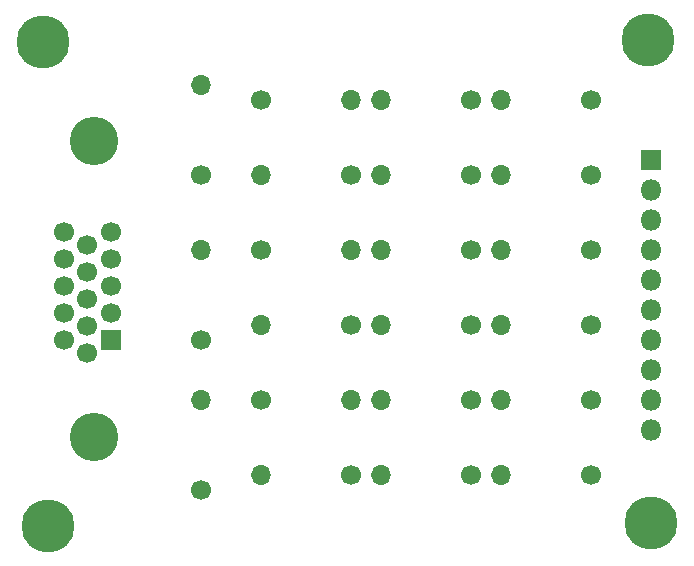
<source format=gbr>
%TF.GenerationSoftware,KiCad,Pcbnew,5.1.6+dfsg1-1*%
%TF.CreationDate,2021-01-03T21:19:59-08:00*%
%TF.ProjectId,KiCAD-VGA,4b694341-442d-4564-9741-2e6b69636164,rev?*%
%TF.SameCoordinates,Original*%
%TF.FileFunction,Soldermask,Top*%
%TF.FilePolarity,Negative*%
%FSLAX46Y46*%
G04 Gerber Fmt 4.6, Leading zero omitted, Abs format (unit mm)*
G04 Created by KiCad (PCBNEW 5.1.6+dfsg1-1) date 2021-01-03 21:19:59*
%MOMM*%
%LPD*%
G01*
G04 APERTURE LIST*
%ADD10C,4.100000*%
%ADD11C,1.700000*%
%ADD12R,1.700000X1.700000*%
%ADD13C,4.500000*%
%ADD14C,0.800000*%
%ADD15O,1.700000X1.700000*%
%ADD16O,1.800000X1.800000*%
%ADD17R,1.800000X1.800000*%
G04 APERTURE END LIST*
D10*
%TO.C,J2*%
X135740000Y-84385000D03*
X135740000Y-59385000D03*
D11*
X133200000Y-67040000D03*
X133200000Y-69330000D03*
X133200000Y-71620000D03*
X133200000Y-73910000D03*
X133200000Y-76200000D03*
X135180000Y-68185000D03*
X135180000Y-70475000D03*
X135180000Y-72765000D03*
X135180000Y-75055000D03*
X135180000Y-77345000D03*
X137160000Y-67040000D03*
X137160000Y-69330000D03*
X137160000Y-71620000D03*
X137160000Y-73910000D03*
D12*
X137160000Y-76200000D03*
%TD*%
D13*
%TO.C,H4*%
X182880000Y-91694000D03*
D14*
X184530000Y-91694000D03*
X184046726Y-92860726D03*
X182880000Y-93344000D03*
X181713274Y-92860726D03*
X181230000Y-91694000D03*
X181713274Y-90527274D03*
X182880000Y-90044000D03*
X184046726Y-90527274D03*
%TD*%
%TO.C,H3*%
X183792726Y-49633274D03*
X182626000Y-49150000D03*
X181459274Y-49633274D03*
X180976000Y-50800000D03*
X181459274Y-51966726D03*
X182626000Y-52450000D03*
X183792726Y-51966726D03*
X184276000Y-50800000D03*
D13*
X182626000Y-50800000D03*
%TD*%
D14*
%TO.C,H2*%
X132992726Y-90781274D03*
X131826000Y-90298000D03*
X130659274Y-90781274D03*
X130176000Y-91948000D03*
X130659274Y-93114726D03*
X131826000Y-93598000D03*
X132992726Y-93114726D03*
X133476000Y-91948000D03*
D13*
X131826000Y-91948000D03*
%TD*%
D14*
%TO.C,H1*%
X132588000Y-49784000D03*
X131421274Y-49300726D03*
X130254548Y-49784000D03*
X129771274Y-50950726D03*
X130254548Y-52117452D03*
X131421274Y-52600726D03*
X132588000Y-52117452D03*
X133071274Y-50950726D03*
D13*
X131421274Y-50950726D03*
%TD*%
D15*
%TO.C,R21*%
X157480000Y-55880000D03*
D11*
X149860000Y-55880000D03*
%TD*%
D15*
%TO.C,R20*%
X144780000Y-54610000D03*
D11*
X144780000Y-62230000D03*
%TD*%
D15*
%TO.C,R19*%
X157480000Y-68580000D03*
D11*
X149860000Y-68580000D03*
%TD*%
D15*
%TO.C,R18*%
X144780000Y-68580000D03*
D11*
X144780000Y-76200000D03*
%TD*%
D15*
%TO.C,R17*%
X157480000Y-81280000D03*
D11*
X149860000Y-81280000D03*
%TD*%
D15*
%TO.C,R16*%
X144780000Y-81280000D03*
D11*
X144780000Y-88900000D03*
%TD*%
D15*
%TO.C,R15*%
X160020000Y-55880000D03*
D11*
X167640000Y-55880000D03*
%TD*%
D15*
%TO.C,R14*%
X149860000Y-62230000D03*
D11*
X157480000Y-62230000D03*
%TD*%
D15*
%TO.C,R13*%
X160020000Y-68580000D03*
D11*
X167640000Y-68580000D03*
%TD*%
D15*
%TO.C,R12*%
X149860000Y-74930000D03*
D11*
X157480000Y-74930000D03*
%TD*%
D15*
%TO.C,R11*%
X160020000Y-81280000D03*
D11*
X167640000Y-81280000D03*
%TD*%
D15*
%TO.C,R10*%
X149860000Y-87630000D03*
D11*
X157480000Y-87630000D03*
%TD*%
D15*
%TO.C,R9*%
X160020000Y-62230000D03*
D11*
X167640000Y-62230000D03*
%TD*%
D15*
%TO.C,R8*%
X160020000Y-74930000D03*
D11*
X167640000Y-74930000D03*
%TD*%
D15*
%TO.C,R7*%
X160020000Y-87630000D03*
D11*
X167640000Y-87630000D03*
%TD*%
D15*
%TO.C,R6*%
X170180000Y-55880000D03*
D11*
X177800000Y-55880000D03*
%TD*%
D15*
%TO.C,R5*%
X170180000Y-62230000D03*
D11*
X177800000Y-62230000D03*
%TD*%
D15*
%TO.C,R4*%
X170180000Y-68580000D03*
D11*
X177800000Y-68580000D03*
%TD*%
D15*
%TO.C,R3*%
X170180000Y-74930000D03*
D11*
X177800000Y-74930000D03*
%TD*%
D15*
%TO.C,R2*%
X170180000Y-81280000D03*
D11*
X177800000Y-81280000D03*
%TD*%
D15*
%TO.C,R1*%
X170180000Y-87630000D03*
D11*
X177800000Y-87630000D03*
%TD*%
D16*
%TO.C,J1*%
X182880000Y-83820000D03*
X182880000Y-81280000D03*
X182880000Y-78740000D03*
X182880000Y-76200000D03*
X182880000Y-73660000D03*
X182880000Y-71120000D03*
X182880000Y-68580000D03*
X182880000Y-66040000D03*
X182880000Y-63500000D03*
D17*
X182880000Y-60960000D03*
%TD*%
M02*

</source>
